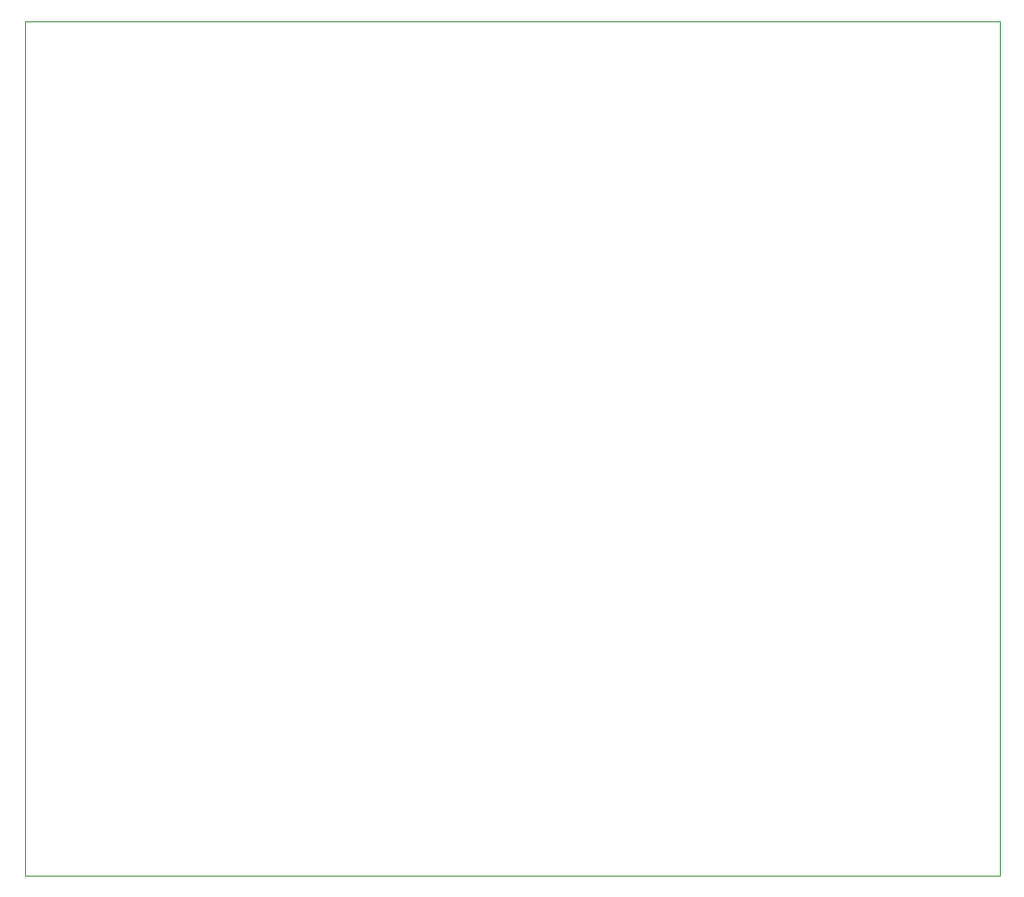
<source format=gbr>
%TF.GenerationSoftware,KiCad,Pcbnew,5.1.6-c6e7f7d~87~ubuntu18.04.1*%
%TF.CreationDate,2020-11-18T13:25:47-05:00*%
%TF.ProjectId,remote,72656d6f-7465-42e6-9b69-6361645f7063,rev?*%
%TF.SameCoordinates,Original*%
%TF.FileFunction,Profile,NP*%
%FSLAX46Y46*%
G04 Gerber Fmt 4.6, Leading zero omitted, Abs format (unit mm)*
G04 Created by KiCad (PCBNEW 5.1.6-c6e7f7d~87~ubuntu18.04.1) date 2020-11-18 13:25:47*
%MOMM*%
%LPD*%
G01*
G04 APERTURE LIST*
%TA.AperFunction,Profile*%
%ADD10C,0.050000*%
%TD*%
G04 APERTURE END LIST*
D10*
X73406000Y-59182000D02*
X68326000Y-59182000D01*
X157226000Y-137160000D02*
X157226000Y-59182000D01*
X68326000Y-59182000D02*
X68326000Y-137160000D01*
X157226000Y-59182000D02*
X73406000Y-59182000D01*
X68326000Y-137160000D02*
X157226000Y-137160000D01*
M02*

</source>
